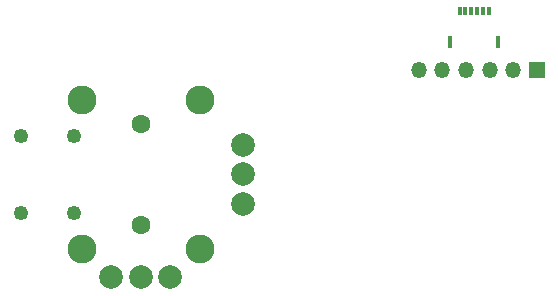
<source format=gbr>
%TF.GenerationSoftware,KiCad,Pcbnew,8.0.2*%
%TF.CreationDate,2024-10-29T11:55:49-07:00*%
%TF.ProjectId,UGC_SubStick,5547435f-5375-4625-9374-69636b2e6b69,rev?*%
%TF.SameCoordinates,Original*%
%TF.FileFunction,Soldermask,Bot*%
%TF.FilePolarity,Negative*%
%FSLAX46Y46*%
G04 Gerber Fmt 4.6, Leading zero omitted, Abs format (unit mm)*
G04 Created by KiCad (PCBNEW 8.0.2) date 2024-10-29 11:55:49*
%MOMM*%
%LPD*%
G01*
G04 APERTURE LIST*
%ADD10C,2.450000*%
%ADD11C,1.600000*%
%ADD12C,1.250000*%
%ADD13C,2.000000*%
%ADD14R,1.350000X1.350000*%
%ADD15O,1.350000X1.350000*%
%ADD16R,0.300000X0.700000*%
%ADD17R,0.300000X1.000000*%
G04 APERTURE END LIST*
D10*
%TO.C,SW1*%
X242207200Y-143363518D03*
X242207200Y-156013518D03*
D11*
X247207200Y-145388518D03*
X247207200Y-153988518D03*
D10*
X252207200Y-143363518D03*
X252207200Y-156013518D03*
D12*
X241557200Y-146438518D03*
X241557200Y-152938518D03*
X237057200Y-146438518D03*
X237057200Y-152938518D03*
D13*
X244707200Y-158388518D03*
X247207200Y-158388518D03*
X249707200Y-158388518D03*
X255907200Y-152188518D03*
X255907200Y-149688518D03*
X255907200Y-147188518D03*
%TD*%
D14*
%TO.C,J1*%
X280761001Y-140867407D03*
D15*
X278761001Y-140867407D03*
X276761001Y-140867407D03*
X274761001Y-140867407D03*
X272761001Y-140867407D03*
X270761001Y-140867407D03*
%TD*%
D16*
%TO.C,J2*%
X276713716Y-135850698D03*
X276213716Y-135850698D03*
X275713716Y-135850698D03*
X275213716Y-135850698D03*
X274713716Y-135850698D03*
X274213716Y-135850698D03*
D17*
X277503716Y-138500698D03*
X273423716Y-138500698D03*
%TD*%
M02*

</source>
